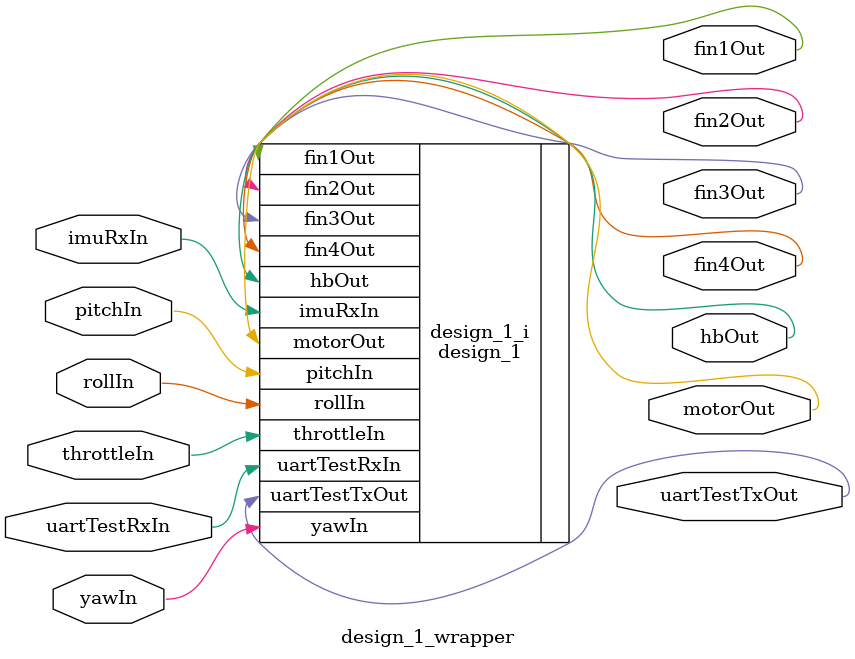
<source format=v>
`timescale 1 ps / 1 ps

module design_1_wrapper
   (fin1Out,
    fin2Out,
    fin3Out,
    fin4Out,
    hbOut,
    imuRxIn,
    motorOut,
    pitchIn,
    rollIn,
    throttleIn,
    uartTestRxIn,
    uartTestTxOut,
    yawIn);
  output fin1Out;
  output fin2Out;
  output fin3Out;
  output fin4Out;
  output hbOut;
  input imuRxIn;
  output motorOut;
  input pitchIn;
  input rollIn;
  input throttleIn;
  input uartTestRxIn;
  output uartTestTxOut;
  input yawIn;

  wire fin1Out;
  wire fin2Out;
  wire fin3Out;
  wire fin4Out;
  wire hbOut;
  wire imuRxIn;
  wire motorOut;
  wire pitchIn;
  wire rollIn;
  wire throttleIn;
  wire uartTestRxIn;
  wire uartTestTxOut;
  wire yawIn;

  design_1 design_1_i
       (.fin1Out(fin1Out),
        .fin2Out(fin2Out),
        .fin3Out(fin3Out),
        .fin4Out(fin4Out),
        .hbOut(hbOut),
        .imuRxIn(imuRxIn),
        .motorOut(motorOut),
        .pitchIn(pitchIn),
        .rollIn(rollIn),
        .throttleIn(throttleIn),
        .uartTestRxIn(uartTestRxIn),
        .uartTestTxOut(uartTestTxOut),
        .yawIn(yawIn));
endmodule

</source>
